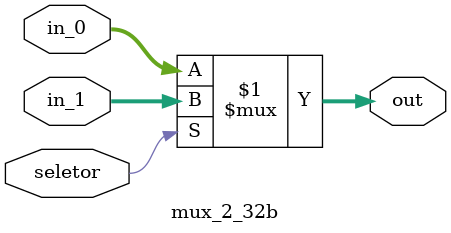
<source format=v>
module mux_2_32b(
    input wire seletor,
    input wire [31:0] in_0,
    input wire [31:0] in_1,
    output wire [31:0] out
);

    assign out = (seletor ? in_1 : in_0);

endmodule

</source>
